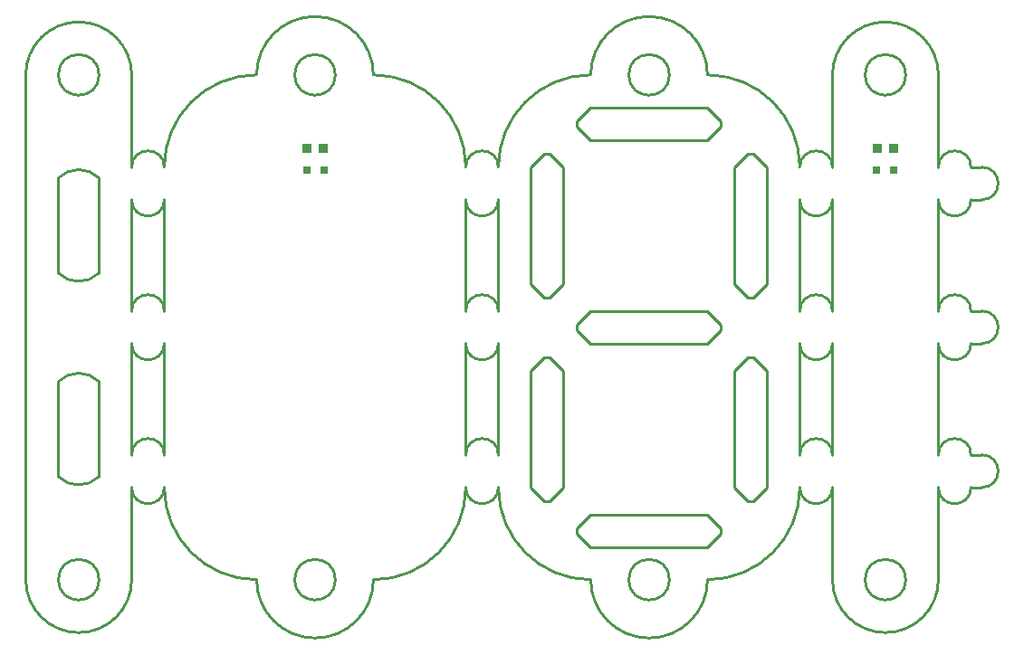
<source format=gbp>
G04*
G04 #@! TF.GenerationSoftware,Altium Limited,Altium Designer,20.2.6 (244)*
G04*
G04 Layer_Color=128*
%FSLAX25Y25*%
%MOIN*%
G70*
G04*
G04 #@! TF.SameCoordinates,EC59DE11-5F21-440E-92AE-D345A4C3AF16*
G04*
G04*
G04 #@! TF.FilePolarity,Positive*
G04*
G01*
G75*
%ADD10C,0.01000*%
%ADD25R,0.03150X0.03150*%
%ADD26R,0.03175X0.03402*%
G36*
X270260Y277456D02*
Y278544D01*
X269180Y279701D01*
X267199D01*
X266947Y279449D01*
Y276551D01*
X267199Y276299D01*
X269180D01*
X270260Y277456D01*
D02*
G37*
G36*
X272740D02*
Y278544D01*
X273820Y279701D01*
X275801D01*
X276053Y279449D01*
Y276551D01*
X275801Y276299D01*
X273820D01*
X272740Y277456D01*
D02*
G37*
G36*
X480260D02*
Y278544D01*
X479180Y279701D01*
X477199D01*
X476947Y279449D01*
Y276551D01*
X477199Y276299D01*
X479180D01*
X480260Y277456D01*
D02*
G37*
G36*
X482740D02*
Y278544D01*
X483820Y279701D01*
X485801D01*
X486053Y279449D01*
Y276551D01*
X485801Y276299D01*
X483820D01*
X482740Y277456D01*
D02*
G37*
D10*
X501000Y259000D02*
G03*
X513000Y259000I6000J0D01*
G01*
Y271000D02*
G03*
X501000Y271000I-6000J0D01*
G01*
Y206000D02*
G03*
X513000Y206000I6000J0D01*
G01*
Y218000D02*
G03*
X501000Y218000I-6000J0D01*
G01*
X513000Y165000D02*
G03*
X501000Y165000I-6000J0D01*
G01*
Y153000D02*
G03*
X513000Y153000I6000J0D01*
G01*
X204000D02*
G03*
X216000Y153000I6000J0D01*
G01*
X327000Y259000D02*
G03*
X339000Y259000I6000J0D01*
G01*
X450000Y153000D02*
G03*
X462000Y153000I6000J0D01*
G01*
X450000Y206000D02*
G03*
X462000Y206000I6000J0D01*
G01*
Y218000D02*
G03*
X450000Y218000I-6000J0D01*
G01*
Y259000D02*
G03*
X462000Y259000I6000J0D01*
G01*
X327000Y206000D02*
G03*
X339000Y206000I6000J0D01*
G01*
Y218000D02*
G03*
X327000Y218000I-6000J0D01*
G01*
Y153000D02*
G03*
X339000Y153000I6000J0D01*
G01*
X216000Y165000D02*
G03*
X204000Y165000I-6000J0D01*
G01*
Y206000D02*
G03*
X216000Y206000I6000J0D01*
G01*
Y218000D02*
G03*
X204000Y218000I-6000J0D01*
G01*
Y259000D02*
G03*
X216000Y259000I6000J0D01*
G01*
X462000Y271000D02*
G03*
X450000Y271000I-6000J0D01*
G01*
X462000Y165000D02*
G03*
X450000Y165000I-6000J0D01*
G01*
X339000Y271000D02*
G03*
X327000Y271000I-6000J0D01*
G01*
X339000Y165000D02*
G03*
X327000Y165000I-6000J0D01*
G01*
X216000Y271000D02*
G03*
X204000Y271000I-6000J0D01*
G01*
X517000Y153000D02*
G03*
X517000Y165000I0J6000D01*
G01*
Y206000D02*
G03*
X517000Y218000I0J6000D01*
G01*
Y259000D02*
G03*
X517000Y271000I0J6000D01*
G01*
X250000Y305000D02*
G03*
X216000Y271000I0J-34000D01*
G01*
X293000Y119000D02*
G03*
X327000Y153000I0J34000D01*
G01*
X216000D02*
G03*
X250000Y119000I34000J0D01*
G01*
X327000Y271000D02*
G03*
X293000Y305000I-34000J0D01*
G01*
D02*
G03*
X250000Y305000I-21500J0D01*
G01*
X279000D02*
G03*
X279000Y305000I-7500J0D01*
G01*
Y119000D02*
G03*
X279000Y119000I-7500J0D01*
G01*
X250000D02*
G03*
X293000Y119000I21500J0D01*
G01*
X165000Y119000D02*
G03*
X204000Y119000I19500J0D01*
G01*
X192000D02*
G03*
X192000Y119000I-7500J0D01*
G01*
Y305000D02*
G03*
X192000Y305000I-7500J0D01*
G01*
X204000D02*
G03*
X165000Y305000I-19500J0D01*
G01*
X192000Y267000D02*
G03*
X177000Y267000I-7500J-7500D01*
G01*
Y157000D02*
G03*
X192000Y157000I7500J7500D01*
G01*
X177000Y232000D02*
G03*
X192000Y232000I7500J7500D01*
G01*
Y192000D02*
G03*
X177000Y192000I-7500J-7500D01*
G01*
X416000Y119000D02*
G03*
X450000Y153000I0J34000D01*
G01*
X339000D02*
G03*
X373000Y119000I34000J0D01*
G01*
Y305000D02*
G03*
X339000Y271000I0J-34000D01*
G01*
X450000D02*
G03*
X416000Y305000I-34000J0D01*
G01*
D02*
G03*
X373000Y305000I-21500J0D01*
G01*
X402000D02*
G03*
X402000Y305000I-7500J0D01*
G01*
Y119000D02*
G03*
X402000Y119000I-7500J0D01*
G01*
X373000D02*
G03*
X416000Y119000I21500J0D01*
G01*
X501000Y305000D02*
G03*
X462000Y305000I-19500J0D01*
G01*
X489000D02*
G03*
X489000Y305000I-7500J0D01*
G01*
Y119000D02*
G03*
X489000Y119000I-7500J0D01*
G01*
X462000D02*
G03*
X501000Y119000I19500J0D01*
G01*
X513000Y271000D02*
X517000D01*
X513000Y259000D02*
X517000D01*
X513000Y218000D02*
X517000D01*
X513000Y206000D02*
X517000D01*
X513000Y153000D02*
X517000D01*
X513000Y165000D02*
X517000D01*
X501000Y218000D02*
Y259000D01*
Y165000D02*
Y206000D01*
X216000Y218000D02*
Y259000D01*
X462000Y165000D02*
Y206000D01*
X450000Y165000D02*
Y206000D01*
Y218000D02*
Y259000D01*
X462000Y218000D02*
Y259000D01*
X339000Y165000D02*
Y206000D01*
X327000Y165000D02*
Y206000D01*
Y218000D02*
Y259000D01*
X339000Y218000D02*
Y259000D01*
X204000Y218000D02*
Y259000D01*
Y165000D02*
Y206000D01*
X165000Y153000D02*
Y271000D01*
X216000Y165000D02*
Y206000D01*
X204000Y119000D02*
Y153000D01*
X165000Y119000D02*
Y153000D01*
X204000Y271000D02*
Y305000D01*
X165000Y271000D02*
Y305000D01*
X192000Y157000D02*
Y192000D01*
X177000Y157000D02*
Y192000D01*
X192000Y232000D02*
Y267000D01*
X177000Y232000D02*
Y267000D01*
X356000Y201000D02*
X358000D01*
X368000Y136000D02*
Y138000D01*
Y286000D02*
Y288000D01*
X356000Y276000D02*
X358000D01*
X368000Y211000D02*
Y213000D01*
X431000Y201000D02*
X433000D01*
X431000Y276000D02*
X433000D01*
Y201000D02*
X438000Y196000D01*
X358000Y201000D02*
X363000Y196000D01*
X351000D02*
X356000Y201000D01*
X426000Y196000D02*
X431000Y201000D01*
Y148000D02*
X433000D01*
X356000D02*
X358000D01*
X433000D02*
X438000Y153000D01*
X363000D02*
Y196000D01*
X426000Y153000D02*
Y196000D01*
X438000Y153000D02*
Y196000D01*
X351000Y153000D02*
X356000Y148000D01*
X358000D02*
X363000Y153000D01*
X426000D02*
X431000Y148000D01*
X351000Y153000D02*
Y196000D01*
X431000Y223000D02*
X433000D01*
X356000D02*
X358000D01*
X433000D02*
X438000Y228000D01*
X351000D02*
X356000Y223000D01*
X358000D02*
X363000Y228000D01*
X426000D02*
X431000Y223000D01*
X433000Y276000D02*
X438000Y271000D01*
X363000Y228000D02*
Y271000D01*
X426000Y228000D02*
Y271000D01*
X438000Y228000D02*
Y271000D01*
X358000Y276000D02*
X363000Y271000D01*
X351000D02*
X356000Y276000D01*
X426000Y271000D02*
X431000Y276000D01*
X351000Y228000D02*
Y271000D01*
X373000Y143000D02*
X416000D01*
X373000Y131000D02*
X416000D01*
X421000Y136000D01*
X416000Y143000D02*
X421000Y138000D01*
Y136000D02*
Y138000D01*
X368000Y136000D02*
X373000Y131000D01*
X368000Y138000D02*
X373000Y143000D01*
Y218000D02*
X416000D01*
X373000Y206000D02*
X416000D01*
X421000Y211000D01*
X416000Y218000D02*
X421000Y213000D01*
Y211000D02*
Y213000D01*
X368000Y211000D02*
X373000Y206000D01*
X368000Y213000D02*
X373000Y218000D01*
Y293000D02*
X416000D01*
X373000Y281000D02*
X416000D01*
X421000Y286000D01*
X416000Y293000D02*
X421000Y288000D01*
Y286000D02*
Y288000D01*
X368000Y286000D02*
X373000Y281000D01*
X368000Y288000D02*
X373000Y293000D01*
X462000Y271000D02*
Y305000D01*
X501000Y271000D02*
Y305000D01*
X462000Y119000D02*
Y153000D01*
X501000Y119000D02*
Y153000D01*
D25*
X478352Y270014D02*
D03*
X484648Y269986D02*
D03*
X268548Y270014D02*
D03*
X274843Y269986D02*
D03*
D26*
X484466Y278000D02*
D03*
X478535D02*
D03*
X274465D02*
D03*
X268534D02*
D03*
M02*

</source>
